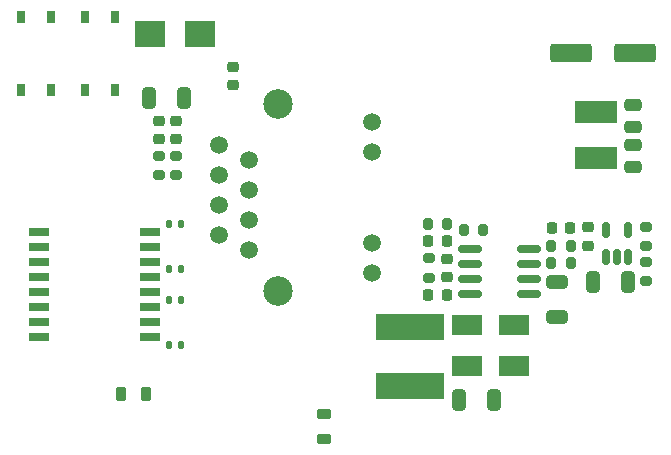
<source format=gtp>
%TF.GenerationSoftware,KiCad,Pcbnew,(6.0.8-1)-1*%
%TF.CreationDate,2022-11-24T03:29:18+08:00*%
%TF.ProjectId,CCTV3_POE_REV100,43435456-335f-4504-9f45-5f5245563130,100*%
%TF.SameCoordinates,Original*%
%TF.FileFunction,Paste,Top*%
%TF.FilePolarity,Positive*%
%FSLAX46Y46*%
G04 Gerber Fmt 4.6, Leading zero omitted, Abs format (unit mm)*
G04 Created by KiCad (PCBNEW (6.0.8-1)-1) date 2022-11-24 03:29:18*
%MOMM*%
%LPD*%
G01*
G04 APERTURE LIST*
G04 Aperture macros list*
%AMRoundRect*
0 Rectangle with rounded corners*
0 $1 Rounding radius*
0 $2 $3 $4 $5 $6 $7 $8 $9 X,Y pos of 4 corners*
0 Add a 4 corners polygon primitive as box body*
4,1,4,$2,$3,$4,$5,$6,$7,$8,$9,$2,$3,0*
0 Add four circle primitives for the rounded corners*
1,1,$1+$1,$2,$3*
1,1,$1+$1,$4,$5*
1,1,$1+$1,$6,$7*
1,1,$1+$1,$8,$9*
0 Add four rect primitives between the rounded corners*
20,1,$1+$1,$2,$3,$4,$5,0*
20,1,$1+$1,$4,$5,$6,$7,0*
20,1,$1+$1,$6,$7,$8,$9,0*
20,1,$1+$1,$8,$9,$2,$3,0*%
G04 Aperture macros list end*
%ADD10RoundRect,0.225000X0.250000X-0.225000X0.250000X0.225000X-0.250000X0.225000X-0.250000X-0.225000X0*%
%ADD11RoundRect,0.150000X0.150000X-0.512500X0.150000X0.512500X-0.150000X0.512500X-0.150000X-0.512500X0*%
%ADD12RoundRect,0.250000X-1.500000X-0.550000X1.500000X-0.550000X1.500000X0.550000X-1.500000X0.550000X0*%
%ADD13RoundRect,0.200000X0.275000X-0.200000X0.275000X0.200000X-0.275000X0.200000X-0.275000X-0.200000X0*%
%ADD14RoundRect,0.140000X-0.140000X-0.170000X0.140000X-0.170000X0.140000X0.170000X-0.140000X0.170000X0*%
%ADD15RoundRect,0.250000X-0.650000X0.325000X-0.650000X-0.325000X0.650000X-0.325000X0.650000X0.325000X0*%
%ADD16RoundRect,0.150000X0.825000X0.150000X-0.825000X0.150000X-0.825000X-0.150000X0.825000X-0.150000X0*%
%ADD17RoundRect,0.200000X-0.275000X0.200000X-0.275000X-0.200000X0.275000X-0.200000X0.275000X0.200000X0*%
%ADD18RoundRect,0.225000X0.225000X0.250000X-0.225000X0.250000X-0.225000X-0.250000X0.225000X-0.250000X0*%
%ADD19RoundRect,0.218750X0.381250X-0.218750X0.381250X0.218750X-0.381250X0.218750X-0.381250X-0.218750X0*%
%ADD20RoundRect,0.200000X-0.200000X-0.275000X0.200000X-0.275000X0.200000X0.275000X-0.200000X0.275000X0*%
%ADD21RoundRect,0.200000X0.200000X0.275000X-0.200000X0.275000X-0.200000X-0.275000X0.200000X-0.275000X0*%
%ADD22RoundRect,0.218750X0.256250X-0.218750X0.256250X0.218750X-0.256250X0.218750X-0.256250X-0.218750X0*%
%ADD23R,2.500000X1.800000*%
%ADD24R,0.800000X1.000000*%
%ADD25RoundRect,0.225000X-0.250000X0.225000X-0.250000X-0.225000X0.250000X-0.225000X0.250000X0.225000X0*%
%ADD26C,1.520000*%
%ADD27C,2.500000*%
%ADD28R,3.520000X1.870000*%
%ADD29RoundRect,0.250000X0.325000X0.650000X-0.325000X0.650000X-0.325000X-0.650000X0.325000X-0.650000X0*%
%ADD30RoundRect,0.250000X-0.325000X-0.650000X0.325000X-0.650000X0.325000X0.650000X-0.325000X0.650000X0*%
%ADD31RoundRect,0.218750X0.218750X0.381250X-0.218750X0.381250X-0.218750X-0.381250X0.218750X-0.381250X0*%
%ADD32R,2.500000X2.300000*%
%ADD33RoundRect,0.250000X-0.475000X0.250000X-0.475000X-0.250000X0.475000X-0.250000X0.475000X0.250000X0*%
%ADD34R,1.800000X0.640000*%
%ADD35RoundRect,0.250000X0.475000X-0.250000X0.475000X0.250000X-0.475000X0.250000X-0.475000X-0.250000X0*%
%ADD36R,5.720000X2.200000*%
G04 APERTURE END LIST*
D10*
X46500000Y-42675000D03*
X46500000Y-41125000D03*
D11*
X84380000Y-52637500D03*
X85330000Y-52637500D03*
X86280000Y-52637500D03*
X86280000Y-50362500D03*
X84380000Y-50362500D03*
D12*
X81430000Y-35400000D03*
X86830000Y-35400000D03*
D13*
X48000000Y-45725000D03*
X48000000Y-44075000D03*
D14*
X47420000Y-56300000D03*
X48380000Y-56300000D03*
D15*
X80270000Y-54785000D03*
X80270000Y-57735000D03*
D16*
X77845000Y-55785000D03*
X77845000Y-54515000D03*
X77845000Y-53245000D03*
X77845000Y-51975000D03*
X72895000Y-51975000D03*
X72895000Y-53245000D03*
X72895000Y-54515000D03*
X72895000Y-55785000D03*
D17*
X87760000Y-50105000D03*
X87760000Y-51755000D03*
D18*
X81345000Y-50180000D03*
X79795000Y-50180000D03*
D19*
X60500000Y-68062500D03*
X60500000Y-65937500D03*
D20*
X69305000Y-49820000D03*
X70955000Y-49820000D03*
D14*
X47420000Y-60100000D03*
X48380000Y-60100000D03*
D21*
X81395000Y-53180000D03*
X79745000Y-53180000D03*
D18*
X70905000Y-55850000D03*
X69355000Y-55850000D03*
D22*
X52800000Y-38100000D03*
X52800000Y-36525000D03*
D23*
X72620000Y-58380000D03*
X76620000Y-58380000D03*
D24*
X34830000Y-38475000D03*
X37370000Y-38475000D03*
X37370000Y-32325000D03*
X34830000Y-32325000D03*
D25*
X82850000Y-50145000D03*
X82850000Y-51695000D03*
D20*
X72325000Y-50400000D03*
X73975000Y-50400000D03*
D26*
X54140000Y-52040000D03*
X51600000Y-50770000D03*
X54140000Y-49500000D03*
X51600000Y-48230000D03*
X54140000Y-46970000D03*
X51600000Y-45690000D03*
X54140000Y-44420000D03*
X51600000Y-43150000D03*
X64600000Y-54010000D03*
X64600000Y-51470000D03*
X64600000Y-43730000D03*
X64600000Y-41190000D03*
D27*
X56640000Y-55510000D03*
X56640000Y-39690000D03*
D18*
X70905000Y-51330000D03*
X69355000Y-51330000D03*
D28*
X83500000Y-40370000D03*
X83500000Y-44230000D03*
D29*
X48675000Y-39200000D03*
X45725000Y-39200000D03*
D30*
X83255000Y-54730000D03*
X86205000Y-54730000D03*
D31*
X45462500Y-64250000D03*
X43337500Y-64250000D03*
D32*
X45750000Y-33800000D03*
X50050000Y-33800000D03*
D10*
X47990000Y-42675000D03*
X47990000Y-41125000D03*
D33*
X86700000Y-39750000D03*
X86700000Y-41650000D03*
D14*
X47420000Y-53700000D03*
X48380000Y-53700000D03*
D17*
X69380000Y-52765000D03*
X69380000Y-54415000D03*
D14*
X47420000Y-49900000D03*
X48380000Y-49900000D03*
D34*
X36390000Y-50560000D03*
X36390000Y-51820000D03*
X36390000Y-53090000D03*
X36390000Y-54370000D03*
X36390000Y-55630000D03*
X36390000Y-56910000D03*
X36390000Y-58170000D03*
X36390000Y-59440000D03*
X45810000Y-59440000D03*
X45810000Y-58170000D03*
X45810000Y-56910000D03*
X45810000Y-55630000D03*
X45810000Y-54370000D03*
X45810000Y-53090000D03*
X45810000Y-51820000D03*
X45810000Y-50560000D03*
D13*
X46500000Y-45725000D03*
X46500000Y-44075000D03*
D17*
X87760000Y-53065000D03*
X87760000Y-54715000D03*
D24*
X40230000Y-38475000D03*
X42770000Y-38475000D03*
X42770000Y-32325000D03*
X40230000Y-32325000D03*
D35*
X86700000Y-45050000D03*
X86700000Y-43150000D03*
D20*
X79745000Y-51680000D03*
X81395000Y-51680000D03*
D23*
X72620000Y-61900000D03*
X76620000Y-61900000D03*
D30*
X71945000Y-64800000D03*
X74895000Y-64800000D03*
D36*
X67830000Y-58580000D03*
X67830000Y-63580000D03*
D25*
X70880000Y-52815000D03*
X70880000Y-54365000D03*
M02*

</source>
